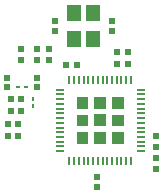
<source format=gtp>
G04*
G04 #@! TF.GenerationSoftware,Altium Limited,Altium Designer,23.1.1 (15)*
G04*
G04 Layer_Color=8421504*
%FSLAX25Y25*%
%MOIN*%
G70*
G04*
G04 #@! TF.SameCoordinates,379D8D2B-01B5-4923-9211-1CC0BA53C839*
G04*
G04*
G04 #@! TF.FilePolarity,Positive*
G04*
G01*
G75*
%ADD15R,0.04724X0.05512*%
G04:AMPARAMS|DCode=16|XSize=21.65mil|YSize=19.68mil|CornerRadius=2.46mil|HoleSize=0mil|Usage=FLASHONLY|Rotation=270.000|XOffset=0mil|YOffset=0mil|HoleType=Round|Shape=RoundedRectangle|*
%AMROUNDEDRECTD16*
21,1,0.02165,0.01476,0,0,270.0*
21,1,0.01673,0.01968,0,0,270.0*
1,1,0.00492,-0.00738,-0.00837*
1,1,0.00492,-0.00738,0.00837*
1,1,0.00492,0.00738,0.00837*
1,1,0.00492,0.00738,-0.00837*
%
%ADD16ROUNDEDRECTD16*%
G04:AMPARAMS|DCode=17|XSize=21.65mil|YSize=19.68mil|CornerRadius=2.46mil|HoleSize=0mil|Usage=FLASHONLY|Rotation=0.000|XOffset=0mil|YOffset=0mil|HoleType=Round|Shape=RoundedRectangle|*
%AMROUNDEDRECTD17*
21,1,0.02165,0.01476,0,0,0.0*
21,1,0.01673,0.01968,0,0,0.0*
1,1,0.00492,0.00837,-0.00738*
1,1,0.00492,-0.00837,-0.00738*
1,1,0.00492,-0.00837,0.00738*
1,1,0.00492,0.00837,0.00738*
%
%ADD17ROUNDEDRECTD17*%
%ADD18R,0.00866X0.02559*%
%ADD19R,0.02559X0.00866*%
%ADD20R,0.03937X0.03937*%
%ADD21R,0.02126X0.02284*%
%ADD22R,0.01378X0.00984*%
%ADD23R,0.00984X0.01378*%
G36*
X339374Y295984D02*
X335437D01*
Y299921D01*
X339374D01*
Y295984D01*
D02*
G37*
G36*
X333469D02*
X329532D01*
Y299921D01*
X333469D01*
Y295984D01*
D02*
G37*
G36*
X327563D02*
X323626D01*
Y299921D01*
X327563D01*
Y295984D01*
D02*
G37*
G36*
X339374Y290079D02*
X335437D01*
Y294016D01*
X339374D01*
Y290079D01*
D02*
G37*
G36*
X327563D02*
X323626D01*
Y294016D01*
X327563D01*
Y290079D01*
D02*
G37*
G36*
X339374Y284173D02*
X335437D01*
Y288110D01*
X339374D01*
Y284173D01*
D02*
G37*
G36*
X333469D02*
X329532D01*
Y288110D01*
X333469D01*
Y284173D01*
D02*
G37*
G36*
X327563D02*
X323626D01*
Y288110D01*
X327563D01*
Y284173D01*
D02*
G37*
D15*
X322850Y327831D02*
D03*
X329150D02*
D03*
X322850Y319169D02*
D03*
X329150D02*
D03*
D16*
X305272Y295094D02*
D03*
X301728D02*
D03*
X300728Y287000D02*
D03*
X304272D02*
D03*
X340772Y315000D02*
D03*
X337228D02*
D03*
X304272Y291000D02*
D03*
X300728D02*
D03*
X301728Y299095D02*
D03*
X305272D02*
D03*
X340772Y311000D02*
D03*
X337228D02*
D03*
X323772Y310500D02*
D03*
X320228D02*
D03*
D17*
X350000Y279366D02*
D03*
Y275823D02*
D03*
X330500Y273272D02*
D03*
Y269728D02*
D03*
X350000Y283323D02*
D03*
Y286866D02*
D03*
X314500Y312323D02*
D03*
Y315866D02*
D03*
X310500Y312323D02*
D03*
Y315866D02*
D03*
X316500Y321728D02*
D03*
Y325272D02*
D03*
X305000Y312228D02*
D03*
Y315772D02*
D03*
X335500Y325272D02*
D03*
Y321728D02*
D03*
D18*
X321264Y278563D02*
D03*
X322839D02*
D03*
X324413D02*
D03*
X325988D02*
D03*
X327563D02*
D03*
X329138D02*
D03*
X330713D02*
D03*
X332287D02*
D03*
X333862D02*
D03*
X335437D02*
D03*
X337012D02*
D03*
X338587D02*
D03*
X340161D02*
D03*
X341736D02*
D03*
Y305532D02*
D03*
X340161D02*
D03*
X338587D02*
D03*
X337012D02*
D03*
X335437D02*
D03*
X333862D02*
D03*
X332287D02*
D03*
X330713D02*
D03*
X329138D02*
D03*
X327563D02*
D03*
X325988D02*
D03*
X324413D02*
D03*
X322839D02*
D03*
X321264D02*
D03*
D19*
X318016Y302284D02*
D03*
Y300709D02*
D03*
Y299134D02*
D03*
Y297559D02*
D03*
Y295984D02*
D03*
Y294409D02*
D03*
Y292835D02*
D03*
Y291260D02*
D03*
Y289685D02*
D03*
Y288110D02*
D03*
Y286535D02*
D03*
Y284961D02*
D03*
Y283386D02*
D03*
Y281811D02*
D03*
X344984D02*
D03*
Y283386D02*
D03*
Y284961D02*
D03*
Y286535D02*
D03*
Y288110D02*
D03*
Y289685D02*
D03*
Y291260D02*
D03*
Y292835D02*
D03*
Y294409D02*
D03*
Y295984D02*
D03*
Y297559D02*
D03*
Y299134D02*
D03*
Y300709D02*
D03*
Y302284D02*
D03*
D20*
X331500Y292047D02*
D03*
D21*
X300500Y303059D02*
D03*
Y306130D02*
D03*
X310500Y303059D02*
D03*
Y306130D02*
D03*
D22*
X304279Y303095D02*
D03*
X306720D02*
D03*
D23*
X309000Y296779D02*
D03*
Y299220D02*
D03*
M02*

</source>
